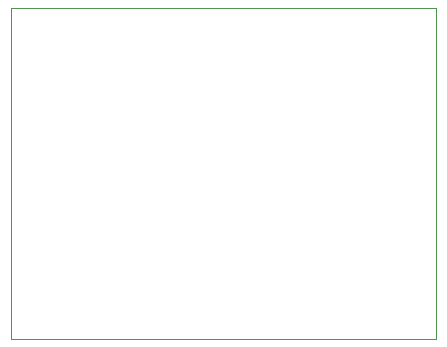
<source format=gbr>
G04 #@! TF.FileFunction,Profile,NP*
%FSLAX46Y46*%
G04 Gerber Fmt 4.6, Leading zero omitted, Abs format (unit mm)*
G04 Created by KiCad (PCBNEW 4.0.7) date 10/02/18 16:36:01*
%MOMM*%
%LPD*%
G01*
G04 APERTURE LIST*
%ADD10C,0.100000*%
%ADD11C,0.025400*%
G04 APERTURE END LIST*
D10*
D11*
X124000000Y-115000000D02*
X124000000Y-87000000D01*
X160000000Y-115000000D02*
X124000000Y-115000000D01*
X160000000Y-87000000D02*
X160000000Y-115000000D01*
X124000000Y-87000000D02*
X160000000Y-87000000D01*
M02*

</source>
